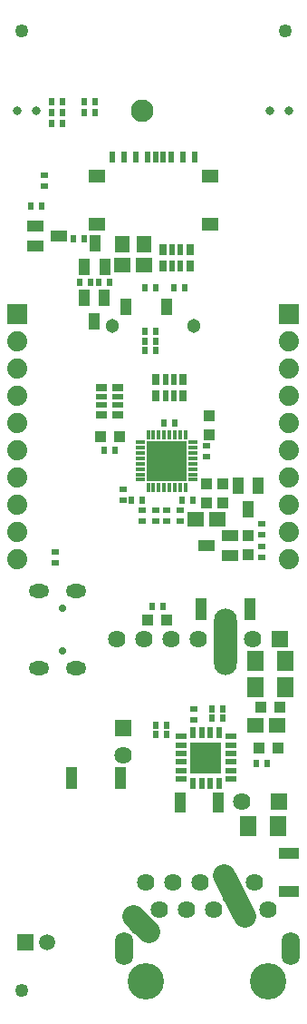
<source format=gbr>
G04 #@! TF.GenerationSoftware,KiCad,Pcbnew,6.0.0-unknown-d3777ea~100~ubuntu18.04.1*
G04 #@! TF.CreationDate,2019-05-24T15:58:07+03:00*
G04 #@! TF.ProjectId,ESP32-PoE-ISO_Rev_C,45535033-322d-4506-9f45-2d49534f5f52,C*
G04 #@! TF.SameCoordinates,Original*
G04 #@! TF.FileFunction,Soldermask,Bot*
G04 #@! TF.FilePolarity,Negative*
%FSLAX46Y46*%
G04 Gerber Fmt 4.6, Leading zero omitted, Abs format (unit mm)*
G04 Created by KiCad (PCBNEW 6.0.0-unknown-d3777ea~100~ubuntu18.04.1) date 2019-05-24 15:58:07*
%MOMM*%
%LPD*%
G04 APERTURE LIST*
%ADD10R,0.601600X0.651600*%
%ADD11C,2.101600*%
%ADD12C,0.801600*%
%ADD13C,3.401601*%
%ADD14O,1.701600X3.101599*%
%ADD15C,1.625600*%
%ADD16R,1.117600X2.133600*%
%ADD17R,1.625600X1.625600*%
%ADD18R,1.501600X1.501600*%
%ADD19C,1.501600*%
%ADD20R,0.501600X1.101600*%
%ADD21R,1.101600X0.501600*%
%ADD22R,2.901599X2.901599*%
%ADD23R,0.651600X0.601600*%
%ADD24C,2.133600*%
%ADD25C,2.133600*%
%ADD26R,1.117600X1.117600*%
%ADD27R,1.371600X1.625600*%
%ADD28C,1.254000*%
%ADD29R,1.625600X1.879600*%
%ADD30R,1.501600X1.101600*%
%ADD31C,1.879600*%
%ADD32R,1.879600X1.879600*%
%ADD33R,1.101600X1.501600*%
%ADD34R,1.625600X1.371600*%
%ADD35R,1.879600X1.117600*%
%ADD36R,0.601600X1.101600*%
%ADD37R,1.601600X1.301600*%
%ADD38R,0.482600X1.117600*%
%ADD39R,0.736600X1.117600*%
%ADD40R,3.701600X3.701600*%
%ADD41R,0.501600X0.501600*%
%ADD42R,1.524000X1.524000*%
%ADD43R,0.351600X0.901600*%
%ADD44R,0.901600X0.351600*%
%ADD45R,1.117600X1.879600*%
%ADD46O,2.133600X6.197600*%
%ADD47C,1.301600*%
%ADD48R,1.117600X0.482600*%
%ADD49R,1.117600X0.736600*%
%ADD50C,0.701600*%
%ADD51O,1.901600X1.301600*%
G04 APERTURE END LIST*
D10*
X97663000Y-103378000D03*
X98679000Y-103378000D03*
D11*
X103140000Y-104235000D03*
D12*
X115059000Y-104267000D03*
X116859000Y-104267000D03*
X91421000Y-104267000D03*
X93221000Y-104267000D03*
D13*
X114915000Y-185443000D03*
X103485000Y-185443000D03*
D14*
X117000000Y-182393000D03*
X101400000Y-182393000D03*
D15*
X114915000Y-178793000D03*
X113645000Y-176253000D03*
X109835000Y-178793000D03*
X108565000Y-176253000D03*
X107295000Y-178793000D03*
X106025000Y-176253000D03*
X104755000Y-178793000D03*
X103485000Y-176253000D03*
D16*
X101092000Y-166497000D03*
X96520000Y-166497000D03*
X113157000Y-150749000D03*
X108585000Y-150749000D03*
D15*
X113411000Y-153543000D03*
D17*
X115951000Y-153543000D03*
D15*
X108331000Y-153543000D03*
X105791000Y-153543000D03*
X100711000Y-153543000D03*
X103251000Y-153543000D03*
D18*
X92209620Y-181759860D03*
D19*
X94221300Y-181757320D03*
D20*
X107877000Y-162242000D03*
X108677000Y-162242000D03*
X109477000Y-162242000D03*
X110277000Y-162242000D03*
D21*
X111427000Y-162592000D03*
X111427000Y-163392000D03*
X111427000Y-164192000D03*
X111427000Y-164992000D03*
X111427000Y-165792000D03*
X111427000Y-166592000D03*
D20*
X110277000Y-166942000D03*
X109477000Y-166942000D03*
X108677000Y-166942000D03*
X107877000Y-166942000D03*
D21*
X106727000Y-166592000D03*
X106727000Y-165792000D03*
X106727000Y-164992000D03*
X106727000Y-164192000D03*
X106727000Y-163392000D03*
X106727000Y-162592000D03*
D22*
X109077000Y-164592000D03*
D15*
X112423000Y-168656000D03*
D17*
X115923000Y-168656000D03*
D15*
X101346000Y-164318000D03*
D17*
X101346000Y-161818000D03*
D23*
X94996000Y-145415000D03*
X94996000Y-146431000D03*
D24*
X102971600Y-180098700D03*
D25*
X102253180Y-179380280D02*
X103690020Y-180817120D01*
D10*
X94615000Y-104394000D03*
X95631000Y-104394000D03*
X94615000Y-103378000D03*
X95631000Y-103378000D03*
X95631000Y-105410000D03*
X94615000Y-105410000D03*
X110617000Y-160020000D03*
X109601000Y-160020000D03*
D26*
X105410000Y-151765000D03*
X103632000Y-151765000D03*
D23*
X114300000Y-142748000D03*
X114300000Y-143764000D03*
D26*
X113030000Y-143891000D03*
X113030000Y-145669000D03*
D10*
X110617000Y-160909000D03*
X109601000Y-160909000D03*
D27*
X103251000Y-116713000D03*
X101219000Y-116713000D03*
D28*
X91821000Y-186309000D03*
X116459000Y-96774000D03*
X91821000Y-96774000D03*
D26*
X114173000Y-159893000D03*
X115951000Y-159893000D03*
D29*
X113665000Y-155575000D03*
X116459000Y-155575000D03*
X113665000Y-157988000D03*
X116459000Y-157988000D03*
D10*
X106172000Y-133350000D03*
X105156000Y-133350000D03*
X99568000Y-135890000D03*
X100584000Y-135890000D03*
D23*
X101346000Y-139573000D03*
X101346000Y-140589000D03*
D10*
X107823000Y-140589000D03*
X106807000Y-140589000D03*
X93726000Y-113157000D03*
X92710000Y-113157000D03*
X104394000Y-161544000D03*
X105410000Y-161544000D03*
X105410000Y-162433000D03*
X104394000Y-162433000D03*
D23*
X93980000Y-111252000D03*
X93980000Y-110236000D03*
D10*
X104394000Y-126619000D03*
X103378000Y-126619000D03*
X104394000Y-124841000D03*
X103378000Y-124841000D03*
X104394000Y-120777000D03*
X103378000Y-120777000D03*
X113792000Y-165100000D03*
X114808000Y-165100000D03*
D23*
X107950000Y-161036000D03*
X107950000Y-160020000D03*
D10*
X104394000Y-125730000D03*
X103378000Y-125730000D03*
X102108000Y-140589000D03*
X103124000Y-140589000D03*
D23*
X109093000Y-136525000D03*
X109093000Y-135509000D03*
X105410000Y-141478000D03*
X105410000Y-142494000D03*
X106680000Y-142494000D03*
X106680000Y-141478000D03*
X103124000Y-142494000D03*
X103124000Y-141478000D03*
X104394000Y-142494000D03*
X104394000Y-141478000D03*
X114300000Y-145923000D03*
X114300000Y-144907000D03*
D10*
X105029000Y-150495000D03*
X104013000Y-150495000D03*
X96647000Y-116205000D03*
X97663000Y-116205000D03*
D30*
X111343440Y-143830040D03*
X111343440Y-145732500D03*
X109133640Y-144777460D03*
D31*
X116840000Y-146080000D03*
X116840000Y-143540000D03*
X116840000Y-138460000D03*
X116840000Y-141000000D03*
X116840000Y-135920000D03*
X116840000Y-133380000D03*
D32*
X116840000Y-123220000D03*
D31*
X116840000Y-125760000D03*
X116840000Y-128300000D03*
X116840000Y-130840000D03*
X91440000Y-130840000D03*
X91440000Y-128300000D03*
X91440000Y-125760000D03*
D32*
X91440000Y-123220000D03*
D31*
X91440000Y-133380000D03*
X91440000Y-135920000D03*
X91440000Y-141000000D03*
X91440000Y-138460000D03*
X91440000Y-143540000D03*
X91440000Y-146080000D03*
D33*
X99628960Y-118836440D03*
X97726500Y-118836440D03*
X98681540Y-116626640D03*
D34*
X101219000Y-118618000D03*
X103251000Y-118618000D03*
D29*
X115824000Y-170942000D03*
X113030000Y-170942000D03*
D35*
X116840000Y-177038000D03*
X116840000Y-173482000D03*
D36*
X100290000Y-108587000D03*
X101390000Y-108587000D03*
X102490000Y-108587000D03*
X103590000Y-108587000D03*
X104340000Y-108587000D03*
X105040000Y-108587000D03*
X105790000Y-108587000D03*
X106890000Y-108587000D03*
X107990000Y-108587000D03*
D37*
X109440000Y-110337000D03*
X98840000Y-110337000D03*
X109440000Y-114787000D03*
X98840000Y-114787000D03*
D34*
X115697000Y-161544000D03*
X113665000Y-161544000D03*
D26*
X109347000Y-134493000D03*
X109347000Y-132715000D03*
X99187000Y-134620000D03*
X100965000Y-134620000D03*
X109093000Y-140843000D03*
X109093000Y-139065000D03*
X110617000Y-140843000D03*
X110617000Y-139065000D03*
D38*
X106045000Y-129286000D03*
X105283000Y-129286000D03*
X106045000Y-130810000D03*
X105283000Y-130810000D03*
D39*
X106934000Y-129286000D03*
X106934000Y-130810000D03*
X104394000Y-129286000D03*
X104394000Y-130810000D03*
D33*
X97663000Y-121666000D03*
X99565460Y-121666000D03*
X98610420Y-123875800D03*
D34*
X110109000Y-142367000D03*
X108077000Y-142367000D03*
D10*
X98679000Y-104394000D03*
X97663000Y-104394000D03*
D33*
X105405000Y-122555000D03*
X101605000Y-122555000D03*
D10*
X106045000Y-120777000D03*
X107061000Y-120777000D03*
D40*
X105410000Y-136906000D03*
D41*
X106710000Y-137406000D03*
X106710000Y-136406000D03*
X105910000Y-135606000D03*
X104910000Y-135606000D03*
X104110000Y-136406000D03*
X104110000Y-137406000D03*
X104910000Y-138206000D03*
X105910000Y-138206000D03*
D42*
X105410000Y-136906000D03*
D43*
X103660000Y-139356000D03*
X104160000Y-139356000D03*
X104660000Y-139356000D03*
X105160000Y-139356000D03*
X105660000Y-139356000D03*
X106160000Y-139356000D03*
X106660000Y-139356000D03*
X107160000Y-139356000D03*
D44*
X107860000Y-138656000D03*
X107860000Y-138156000D03*
X107860000Y-137656000D03*
X107860000Y-137156000D03*
X107860000Y-136656000D03*
X107860000Y-136156000D03*
X107860000Y-135656000D03*
X107860000Y-135156000D03*
D43*
X107160000Y-134456000D03*
X106660000Y-134456000D03*
X106160000Y-134456000D03*
X105660000Y-134456000D03*
X105160000Y-134456000D03*
X104660000Y-134456000D03*
X104160000Y-134456000D03*
X103660000Y-134456000D03*
D44*
X102960000Y-135156000D03*
X102960000Y-135656000D03*
X102960000Y-136156000D03*
X102960000Y-136656000D03*
X102960000Y-137156000D03*
X102960000Y-137656000D03*
X102960000Y-138156000D03*
X102960000Y-138656000D03*
D10*
X100076000Y-120269000D03*
X99060000Y-120269000D03*
X98298000Y-120269000D03*
X97282000Y-120269000D03*
D26*
X115824000Y-163703000D03*
X114046000Y-163703000D03*
D30*
X95334000Y-115951000D03*
X93134000Y-115001000D03*
X93134000Y-116901000D03*
D33*
X113027460Y-141437360D03*
X113982500Y-139227560D03*
X112080040Y-139227560D03*
D39*
X105029000Y-118745000D03*
X105029000Y-117221000D03*
X107569000Y-118745000D03*
X107569000Y-117221000D03*
D38*
X105918000Y-118745000D03*
X106680000Y-118745000D03*
X105918000Y-117221000D03*
X106680000Y-117221000D03*
D45*
X106680000Y-168783000D03*
X110236000Y-168783000D03*
D46*
X110871000Y-153733500D03*
D24*
X111696500Y-177419000D03*
D25*
X110716335Y-175495317D02*
X112676665Y-179342683D01*
D47*
X107950000Y-124333000D03*
X100330000Y-124333000D03*
D48*
X99314000Y-130937000D03*
X99314000Y-131699000D03*
X100838000Y-130937000D03*
X100838000Y-131699000D03*
D49*
X99314000Y-130048000D03*
X100838000Y-130048000D03*
X99314000Y-132588000D03*
X100838000Y-132588000D03*
D50*
X95626000Y-150654000D03*
X95626000Y-154654000D03*
D51*
X93476000Y-149054000D03*
X96946000Y-149054000D03*
X96946000Y-156254000D03*
X93476000Y-156254000D03*
M02*

</source>
